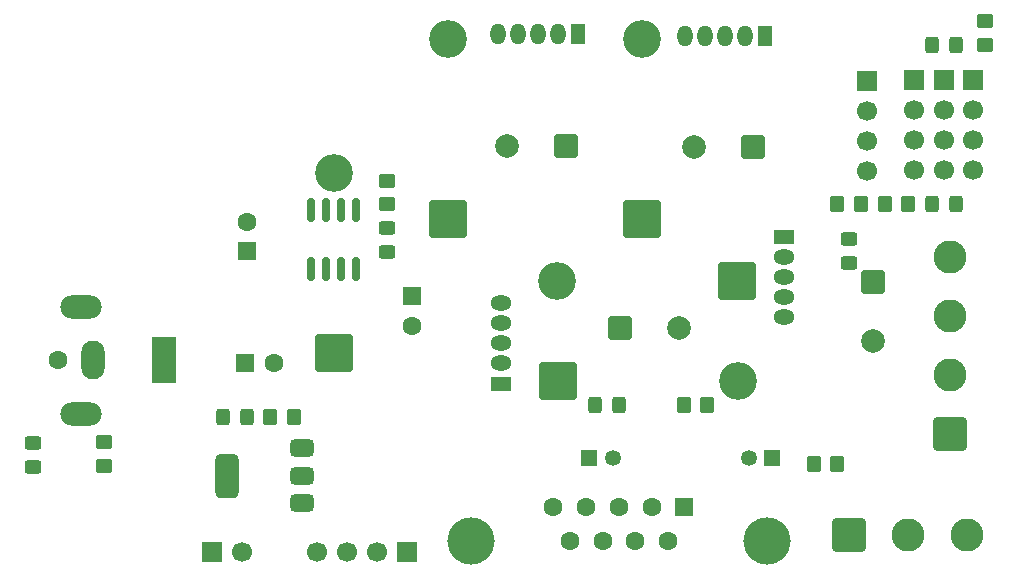
<source format=gbr>
%TF.GenerationSoftware,KiCad,Pcbnew,9.0.2*%
%TF.CreationDate,2025-06-26T14:56:16+08:00*%
%TF.ProjectId,deehli_board,64656568-6c69-45f6-926f-6172642e6b69,rev?*%
%TF.SameCoordinates,Original*%
%TF.FileFunction,Soldermask,Top*%
%TF.FilePolarity,Negative*%
%FSLAX46Y46*%
G04 Gerber Fmt 4.6, Leading zero omitted, Abs format (unit mm)*
G04 Created by KiCad (PCBNEW 9.0.2) date 2025-06-26 14:56:16*
%MOMM*%
%LPD*%
G01*
G04 APERTURE LIST*
G04 Aperture macros list*
%AMRoundRect*
0 Rectangle with rounded corners*
0 $1 Rounding radius*
0 $2 $3 $4 $5 $6 $7 $8 $9 X,Y pos of 4 corners*
0 Add a 4 corners polygon primitive as box body*
4,1,4,$2,$3,$4,$5,$6,$7,$8,$9,$2,$3,0*
0 Add four circle primitives for the rounded corners*
1,1,$1+$1,$2,$3*
1,1,$1+$1,$4,$5*
1,1,$1+$1,$6,$7*
1,1,$1+$1,$8,$9*
0 Add four rect primitives between the rounded corners*
20,1,$1+$1,$2,$3,$4,$5,0*
20,1,$1+$1,$4,$5,$6,$7,0*
20,1,$1+$1,$6,$7,$8,$9,0*
20,1,$1+$1,$8,$9,$2,$3,0*%
G04 Aperture macros list end*
%ADD10RoundRect,0.250000X0.325000X0.450000X-0.325000X0.450000X-0.325000X-0.450000X0.325000X-0.450000X0*%
%ADD11RoundRect,0.250001X1.149999X-1.149999X1.149999X1.149999X-1.149999X1.149999X-1.149999X-1.149999X0*%
%ADD12C,2.800000*%
%ADD13R,1.700000X1.700000*%
%ADD14C,1.700000*%
%ADD15RoundRect,0.250000X-0.750000X-0.750000X0.750000X-0.750000X0.750000X0.750000X-0.750000X0.750000X0*%
%ADD16C,2.000000*%
%ADD17RoundRect,0.250001X-1.149999X-1.149999X1.149999X-1.149999X1.149999X1.149999X-1.149999X1.149999X0*%
%ADD18RoundRect,0.250000X-0.550000X0.550000X-0.550000X-0.550000X0.550000X-0.550000X0.550000X0.550000X0*%
%ADD19C,1.600000*%
%ADD20RoundRect,0.250000X0.750000X0.750000X-0.750000X0.750000X-0.750000X-0.750000X0.750000X-0.750000X0*%
%ADD21RoundRect,0.250000X-0.350000X-0.450000X0.350000X-0.450000X0.350000X0.450000X-0.350000X0.450000X0*%
%ADD22RoundRect,0.250000X0.550000X-0.550000X0.550000X0.550000X-0.550000X0.550000X-0.550000X-0.550000X0*%
%ADD23RoundRect,0.250000X-0.450000X0.350000X-0.450000X-0.350000X0.450000X-0.350000X0.450000X0.350000X0*%
%ADD24RoundRect,0.375000X0.625000X0.375000X-0.625000X0.375000X-0.625000X-0.375000X0.625000X-0.375000X0*%
%ADD25RoundRect,0.500000X0.500000X1.400000X-0.500000X1.400000X-0.500000X-1.400000X0.500000X-1.400000X0*%
%ADD26RoundRect,0.250000X0.450000X-0.325000X0.450000X0.325000X-0.450000X0.325000X-0.450000X-0.325000X0*%
%ADD27R,1.350000X1.350000*%
%ADD28C,1.350000*%
%ADD29C,4.000000*%
%ADD30R,1.600000X1.600000*%
%ADD31R,1.275000X1.800000*%
%ADD32O,1.275000X1.800000*%
%ADD33RoundRect,0.150000X0.150000X-0.825000X0.150000X0.825000X-0.150000X0.825000X-0.150000X-0.825000X0*%
%ADD34R,1.800000X1.275000*%
%ADD35O,1.800000X1.275000*%
%ADD36RoundRect,0.250000X0.350000X0.450000X-0.350000X0.450000X-0.350000X-0.450000X0.350000X-0.450000X0*%
%ADD37RoundRect,0.250000X-0.450000X0.325000X-0.450000X-0.325000X0.450000X-0.325000X0.450000X0.325000X0*%
%ADD38RoundRect,0.250000X-0.325000X-0.450000X0.325000X-0.450000X0.325000X0.450000X-0.325000X0.450000X0*%
%ADD39RoundRect,0.250000X-0.550000X-0.550000X0.550000X-0.550000X0.550000X0.550000X-0.550000X0.550000X0*%
%ADD40RoundRect,0.250000X0.450000X-0.350000X0.450000X0.350000X-0.450000X0.350000X-0.450000X-0.350000X0*%
%ADD41R,2.000000X4.000000*%
%ADD42O,2.000000X3.300000*%
%ADD43O,3.500000X2.000000*%
%ADD44RoundRect,0.250000X-0.750000X0.750000X-0.750000X-0.750000X0.750000X-0.750000X0.750000X0.750000X0*%
%ADD45RoundRect,0.250000X1.350000X-1.350000X1.350000X1.350000X-1.350000X1.350000X-1.350000X-1.350000X0*%
%ADD46C,3.200000*%
%ADD47RoundRect,0.250000X1.350000X1.350000X-1.350000X1.350000X-1.350000X-1.350000X1.350000X-1.350000X0*%
%ADD48RoundRect,0.250000X-1.350000X-1.350000X1.350000X-1.350000X1.350000X1.350000X-1.350000X1.350000X0*%
G04 APERTURE END LIST*
D10*
%TO.C,D7*%
X79525000Y-71391022D03*
X77475000Y-71391022D03*
%TD*%
D11*
%TO.C,J6*%
X107500000Y-73891022D03*
D12*
X107500000Y-68891022D03*
X107500000Y-63891022D03*
X107500000Y-58891022D03*
%TD*%
D13*
%TO.C,PWR_IN2*%
X45021584Y-83891022D03*
D14*
X47561584Y-83891022D03*
%TD*%
D15*
%TO.C,C6*%
X79632323Y-64891022D03*
D16*
X84632323Y-64891022D03*
%TD*%
D17*
%TO.C,J5*%
X99000000Y-82391022D03*
D12*
X104000000Y-82391022D03*
X109000000Y-82391022D03*
%TD*%
D18*
%TO.C,C5*%
X62000000Y-62208643D03*
D19*
X62000000Y-64708643D03*
%TD*%
D20*
%TO.C,C3*%
X90867677Y-49581022D03*
D16*
X85867677Y-49581022D03*
%TD*%
D10*
%TO.C,D3*%
X108025000Y-40891021D03*
X105975000Y-40891021D03*
%TD*%
D13*
%TO.C,J3*%
X61540000Y-83891022D03*
D14*
X59000000Y-83891022D03*
X56460000Y-83891022D03*
X53920000Y-83891022D03*
%TD*%
D21*
%TO.C,R8*%
X96000000Y-76391022D03*
X98000000Y-76391022D03*
%TD*%
D22*
%TO.C,C1*%
X48000000Y-58391022D03*
D19*
X48000000Y-55891022D03*
%TD*%
D23*
%TO.C,R5*%
X35912301Y-74577467D03*
X35912301Y-76577467D03*
%TD*%
D24*
%TO.C,U5*%
X52650000Y-79691022D03*
X52650000Y-77391022D03*
D25*
X46350000Y-77391022D03*
D24*
X52650000Y-75091022D03*
%TD*%
D26*
%TO.C,D5*%
X29853672Y-76679835D03*
X29853672Y-74629835D03*
%TD*%
D27*
%TO.C,JP1*%
X77000000Y-75891022D03*
D28*
X79000000Y-75891022D03*
%TD*%
D29*
%TO.C,J4*%
X67000000Y-82891022D03*
X92000000Y-82891022D03*
D30*
X85040000Y-80051022D03*
D19*
X82270000Y-80051022D03*
X79500000Y-80051022D03*
X76730000Y-80051022D03*
X73960000Y-80051022D03*
X83655000Y-82891022D03*
X80885000Y-82891022D03*
X78115000Y-82891022D03*
X75345000Y-82891022D03*
%TD*%
D13*
%TO.C,J2*%
X100500000Y-43951397D03*
D14*
X100500000Y-46491397D03*
X100500000Y-49031397D03*
X100500000Y-51571397D03*
%TD*%
D31*
%TO.C,U3*%
X91900000Y-40131022D03*
D32*
X90200000Y-40131022D03*
X88500000Y-40131022D03*
X86800000Y-40131022D03*
X85100000Y-40131022D03*
%TD*%
D21*
%TO.C,R3*%
X102000000Y-54391022D03*
X104000000Y-54391022D03*
%TD*%
D33*
%TO.C,U1*%
X53460000Y-59891022D03*
X54730000Y-59891022D03*
X56000000Y-59891022D03*
X57270000Y-59891022D03*
X57270000Y-54941022D03*
X56000000Y-54941022D03*
X54730000Y-54941022D03*
X53460000Y-54941022D03*
%TD*%
D34*
%TO.C,U6*%
X69500000Y-69591022D03*
D35*
X69500000Y-67891022D03*
X69500000Y-66191022D03*
X69500000Y-64491022D03*
X69500000Y-62791022D03*
%TD*%
D36*
%TO.C,R6*%
X52000000Y-72391022D03*
X50000000Y-72391022D03*
%TD*%
D20*
%TO.C,C2*%
X75000000Y-49457183D03*
D16*
X70000000Y-49457183D03*
%TD*%
D36*
%TO.C,R7*%
X87000000Y-71391022D03*
X85000000Y-71391022D03*
%TD*%
D23*
%TO.C,R1*%
X59865000Y-52416022D03*
X59865000Y-54416022D03*
%TD*%
D37*
%TO.C,D1*%
X59865000Y-56416022D03*
X59865000Y-58466022D03*
%TD*%
D27*
%TO.C,JP2*%
X92500000Y-75891022D03*
D28*
X90500000Y-75891022D03*
%TD*%
D38*
%TO.C,D2*%
X105975000Y-54391022D03*
X108025000Y-54391022D03*
%TD*%
D10*
%TO.C,D6*%
X48025000Y-72391022D03*
X45975000Y-72391022D03*
%TD*%
D39*
%TO.C,C4*%
X47817621Y-67891022D03*
D19*
X50317621Y-67891022D03*
%TD*%
D40*
%TO.C,R2*%
X110500000Y-40891022D03*
X110500000Y-38891022D03*
%TD*%
D37*
%TO.C,D4*%
X99000000Y-57341022D03*
X99000000Y-59391022D03*
%TD*%
D34*
%TO.C,U4*%
X93500000Y-57191022D03*
D35*
X93500000Y-58891022D03*
X93500000Y-60591022D03*
X93500000Y-62291022D03*
X93500000Y-63991022D03*
%TD*%
D19*
%TO.C,PWR_IN1*%
X32000000Y-67641022D03*
D41*
X41000000Y-67641022D03*
D42*
X35000000Y-67641022D03*
D43*
X34000000Y-63141022D03*
X34000000Y-72141022D03*
%TD*%
D36*
%TO.C,R4*%
X100000000Y-54391022D03*
X98000000Y-54391022D03*
%TD*%
D31*
%TO.C,U2*%
X76032323Y-40007183D03*
D32*
X74332323Y-40007183D03*
X72632323Y-40007183D03*
X70932323Y-40007183D03*
X69232323Y-40007183D03*
%TD*%
D13*
%TO.C,J1*%
X104500000Y-43891022D03*
D14*
X104500000Y-46431022D03*
X104500000Y-48971022D03*
X104500000Y-51511022D03*
D13*
X107000000Y-43891022D03*
D14*
X107000000Y-46431022D03*
X107000000Y-48971022D03*
X107000000Y-51511022D03*
D13*
X109500000Y-43891022D03*
D14*
X109500000Y-46431022D03*
X109500000Y-48971022D03*
X109500000Y-51511022D03*
%TD*%
D44*
%TO.C,C7*%
X101000000Y-61023345D03*
D16*
X101000000Y-66023345D03*
%TD*%
D45*
%TO.C,D9*%
X65000000Y-55701022D03*
D46*
X65000000Y-40461022D03*
%TD*%
D47*
%TO.C,D8*%
X89500000Y-60891022D03*
D46*
X74260000Y-60891022D03*
%TD*%
D45*
%TO.C,D10*%
X81500000Y-55701022D03*
D46*
X81500000Y-40461022D03*
%TD*%
D48*
%TO.C,D11*%
X74380000Y-69391022D03*
D46*
X89620000Y-69391022D03*
%TD*%
D45*
%TO.C,D12*%
X55365000Y-67036022D03*
D46*
X55365000Y-51796022D03*
%TD*%
M02*

</source>
